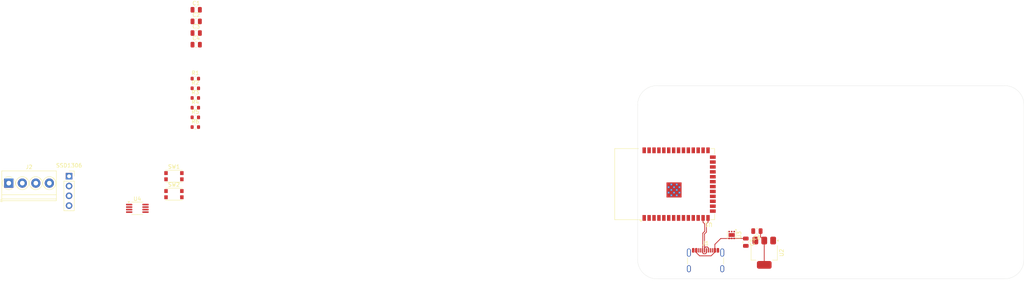
<source format=kicad_pcb>
(kicad_pcb (version 20241229) (generator "pcbnew") (generator_version "9.0")
  (layers (0 "F.Cu" signal) (2 "B.Cu" signal) (13 "F.Paste" user) (15 "B.Paste" user) (5 "F.SilkS" user "F.Silkscreen") (7 "B.SilkS" user "B.Silkscreen") (1 "F.Mask" user) (3 "B.Mask" user) (25 "Edge.Cuts" user))
  (net 0 "")
  (net 1 "GND")
  (net 2 "Net-(U1-EN)")
  (net 3 "Net-(U1-IO0)")
  (net 4 "+3V3")
  (net 5 "Net-(U2-VI)")
  (net 6 "/D+")
  (net 8 "/D-")
  (net 10 "/X_{2}")
  (net 11 "/X_{0}")
  (net 12 "/X_{1}")
  (net 13 "/V_{REF}")
  (net 14 "/SCL")
  (net 15 "/SDA")
  (footprint "Resistor_SMD:R_0603_1608Metric" (layer "F.Cu") (at -13.8125 72.335)
    (property "Reference" "R5" (at 0 -1.43 0) (layer "F.SilkS"))
    (property "Value" "1k")
    (fp_line (start -0.237258 -0.5225) (end 0.237258 -0.5225) (stroke (width 0.12)) (layer "F.SilkS"))
    (fp_line (start -0.237258 0.5225) (end 0.237258 0.5225) (stroke (width 0.12)) (layer "F.SilkS"))
    (pad "1" smd roundrect (at -0.825 0) (size 0.8 0.95) (layers "F.Cu" "F.Mask" "F.Paste") (net 4 "+3V3"))
    (pad "2" smd roundrect (at 0.825 0) (size 0.8 0.95) (layers "F.Cu" "F.Mask" "F.Paste") (net 12 "/X_{1}"))
  )
  (footprint "Capacitor_SMD:C_0805_2012Metric" (layer "F.Cu") (at -13.5925 47.495)
    (property "Reference" "C2" (at 0 -1.68 0) (layer "F.SilkS"))
    (property "Value" "100n")
    (fp_line (start -0.261252 -0.735) (end 0.261252 -0.735) (stroke (width 0.12)) (layer "F.SilkS"))
    (fp_line (start -0.261252 0.735) (end 0.261252 0.735) (stroke (width 0.12)) (layer "F.SilkS"))
    (pad "1" smd roundrect (at -0.95 0) (size 1 1.45) (layers "F.Cu" "F.Mask" "F.Paste") (net 3 "Net-(U1-IO0)"))
    (pad "2" smd roundrect (at 0.95 0) (size 1 1.45) (layers "F.Cu" "F.Mask" "F.Paste") (net 1 "GND"))
  )
  (footprint "Capacitor_SMD:C_0805_2012Metric" (layer "F.Cu") (at -13.5925 44.485)
    (property "Reference" "C1" (at 0 -1.68 0) (layer "F.SilkS"))
    (property "Value" "100n")
    (fp_line (start -0.261252 -0.735) (end 0.261252 -0.735) (stroke (width 0.12)) (layer "F.SilkS"))
    (fp_line (start -0.261252 0.735) (end 0.261252 0.735) (stroke (width 0.12)) (layer "F.SilkS"))
    (pad "1" smd roundrect (at -0.95 0) (size 1 1.45) (layers "F.Cu" "F.Mask" "F.Paste") (net 2 "Net-(U1-EN)"))
    (pad "2" smd roundrect (at 0.95 0) (size 1 1.45) (layers "F.Cu" "F.Mask" "F.Paste") (net 1 "GND"))
  )
  (footprint "RF_Module:ESP32-S3-WROOM-1" (layer "F.Cu") (at 107.62 89.61 90)
    (property "Reference" "U1" (at -10.5 11.4 180) (layer "F.SilkS"))
    (property "Value" "ESP32-S3-WROOM-1")
    (fp_line (start 9.2 -12.9) (end 9.2 -6.7) (stroke (width 0.12)) (layer "F.SilkS"))
    (fp_line (start -9.2 -12.9) (end 9.2 -12.9) (stroke (width 0.12)) (layer "F.SilkS"))
    (fp_line (start -9.2 -12.9) (end -9.2 -6.7) (stroke (width 0.12)) (layer "F.SilkS"))
    (fp_line (start -9.2 11.95) (end -9.2 12.95) (stroke (width 0.12)) (layer "F.SilkS"))
    (fp_line (start 9.2 12.95) (end 9.2 11.95) (stroke (width 0.12)) (layer "F.SilkS"))
    (fp_line (start 9.2 12.95) (end 7.7 12.95) (stroke (width 0.12)) (layer "F.SilkS"))
    (fp_line (start -9.2 12.95) (end -7.7 12.95) (stroke (width 0.12)) (layer "F.SilkS"))
    (fp_poly (pts (xy -9.2 -6.025) (xy -9.7 -6.025) (xy -9.2 -6.525) (xy -9.2 -6.025)) (stroke (width 0.12)) (fill yes) (layer "F.SilkS"))
    (pad "1" smd rect (at -8.75 -5.26 90) (size 1.5 0.9) (layers "F.Cu" "F.Mask" "F.Paste") (net 1 "GND"))
    (pad "2" smd rect (at -8.75 -3.99 90) (size 1.5 0.9) (layers "F.Cu" "F.Mask" "F.Paste") (net 4 "+3V3"))
    (pad "3" smd rect (at -8.75 -2.72 90) (size 1.5 0.9) (layers "F.Cu" "F.Mask" "F.Paste") (net 2 "Net-(U1-EN)"))
    (pad "4" smd rect (at -8.75 -1.45 90) (size 1.5 0.9) (layers "F.Cu" "F.Mask" "F.Paste"))
    (pad "5" smd rect (at -8.75 -0.18 90) (size 1.5 0.9) (layers "F.Cu" "F.Mask" "F.Paste"))
    (pad "6" smd rect (at -8.75 1.09 90) (size 1.5 0.9) (layers "F.Cu" "F.Mask" "F.Paste"))
    (pad "7" smd rect (at -8.75 2.36 90) (size 1.5 0.9) (layers "F.Cu" "F.Mask" "F.Paste"))
    (pad "8" smd rect (at -8.75 3.63 90) (size 1.5 0.9) (layers "F.Cu" "F.Mask" "F.Paste"))
    (pad "9" smd rect (at -8.75 4.9 90) (size 1.5 0.9) (layers "F.Cu" "F.Mask" "F.Paste"))
    (pad "10" smd rect (at -8.75 6.17 90) (size 1.5 0.9) (layers "F.Cu" "F.Mask" "F.Paste"))
    (pad "11" smd rect (at -8.75 7.44 90) (size 1.5 0.9) (layers "F.Cu" "F.Mask" "F.Paste"))
    (pad "12" smd rect (at -8.75 8.71 90) (size 1.5 0.9) (layers "F.Cu" "F.Mask" "F.Paste"))
    (pad "13" smd rect (at -8.75 9.98 90) (size 1.5 0.9) (layers "F.Cu" "F.Mask" "F.Paste") (net 8 "/D-"))
    (pad "14" smd rect (at -8.75 11.25 270) (size 1.5 0.9) (layers "F.Cu" "F.Mask" "F.Paste") (net 6 "/D+"))
    (pad "15" smd rect (at -6.985 12.5) (size 1.5 0.9) (layers "F.Cu" "F.Mask" "F.Paste"))
    (pad "16" smd rect (at -5.715 12.5) (size 1.5 0.9) (layers "F.Cu" "F.Mask" "F.Paste"))
    (pad "17" smd rect (at -4.445 12.5) (size 1.5 0.9) (layers "F.Cu" "F.Mask" "F.Paste") (net 14 "/SCL"))
    (pad "18" smd rect (at -3.175 12.5) (size 1.5 0.9) (layers "F.Cu" "F.Mask" "F.Paste") (net 15 "/SDA"))
    (pad "19" smd rect (at -1.905 12.5) (size 1.5 0.9) (layers "F.Cu" "F.Mask" "F.Paste"))
    (pad "20" smd rect (at -0.635 12.5) (size 1.5 0.9) (layers "F.Cu" "F.Mask" "F.Paste"))
    (pad "21" smd rect (at 0.635 12.5) (size 1.5 0.9) (layers "F.Cu" "F.Mask" "F.Paste"))
    (pad "22" smd rect (at 1.905 12.5) (size 1.5 0.9) (layers "F.Cu" "F.Mask" "F.Paste"))
    (pad "23" smd rect (at 3.175 12.5) (size 1.5 0.9) (layers "F.Cu" "F.Mask" "F.Paste"))
    (pad "24" smd rect (at 4.445 12.5) (size 1.5 0.9) (layers "F.Cu" "F.Mask" "F.Paste"))
    (pad "25" smd rect (at 5.715 12.5) (size 1.5 0.9) (layers "F.Cu" "F.Mask" "F.Paste"))
    (pad "26" smd rect (at 6.985 12.5) (size 1.5 0.9) (layers "F.Cu" "F.Mask" "F.Paste"))
    (pad "27" smd rect (at 8.75 11.25 90) (size 1.5 0.9) (layers "F.Cu" "F.Mask" "F.Paste") (net 3 "Net-(U1-IO0)"))
    (pad "28" smd rect (at 8.75 9.98 90) (size 1.5 0.9) (layers "F.Cu" "F.Mask" "F.Paste"))
    (pad "29" smd rect (at 8.75 8.71 90) (size 1.5 0.9) (layers "F.Cu" "F.Mask" "F.Paste"))
    (pad "30" smd rect (at 8.75 7.44 90) (size 1.5 0.9) (layers "F.Cu" "F.Mask" "F.Paste"))
    (pad "31" smd rect (at 8.75 6.17 90) (size 1.5 0.9) (layers "F.Cu" "F.Mask" "F.Paste"))
    (pad "32" smd rect (at 8.75 4.9 90) (size 1.5 0.9) (layers "F.Cu" "F.Mask" "F.Paste"))
    (pad "33" smd rect (at 8.75 3.63 90) (size 1.5 0.9) (layers "F.Cu" "F.Mask" "F.Paste"))
    (pad "34" smd rect (at 8.75 2.36 90) (size 1.5 0.9) (layers "F.Cu" "F.Mask" "F.Paste"))
    (pad "35" smd rect (at 8.75 1.09 90) (size 1.5 0.9) (layers "F.Cu" "F.Mask" "F.Paste"))
    (pad "36" smd rect (at 8.75 -0.18 90) (size 1.5 0.9) (layers "F.Cu" "F.Mask" "F.Paste"))
    (pad "37" smd rect (at 8.75 -1.45 90) (size 1.5 0.9) (layers "F.Cu" "F.Mask" "F.Paste"))
    (pad "38" smd rect (at 8.75 -2.72 90) (size 1.5 0.9) (layers "F.Cu" "F.Mask" "F.Paste"))
    (pad "39" smd rect (at 8.75 -3.99 90) (size 1.5 0.9) (layers "F.Cu" "F.Mask" "F.Paste"))
    (pad "40" smd rect (at 8.75 -5.26 90) (size 1.5 0.9) (layers "F.Cu" "F.Mask" "F.Paste") (net 1 "GND"))
    (pad "41" thru_hole circle (at -2.9 1.76 180) (size 0.6 0.6) (drill 0.2) (property pad_prop_heatsink) (layers "*.Cu" "F.Mask") (net 1 "GND"))
    (pad "41" thru_hole circle (at -2.9 3.16 90) (size 0.6 0.6) (drill 0.2) (property pad_prop_heatsink) (layers "*.Cu" "F.Mask") (net 1 "GND"))
    (pad "41" thru_hole circle (at -2.2 1.06 90) (size 0.6 0.6) (drill 0.2) (property pad_prop_heatsink) (layers "*.Cu" "F.Mask") (net 1 "GND"))
    (pad "41" thru_hole circle (at -2.2 2.46 90) (size 0.6 0.6) (drill 0.2) (property pad_prop_heatsink) (layers "*.Cu" "F.Mask") (net 1 "GND"))
    (pad "41" thru_hole circle (at -2.2 3.86 90) (size 0.6 0.6) (drill 0.2) (property pad_prop_heatsink) (layers "*.Cu" "F.Mask") (net 1 "GND"))
    (pad "41" thru_hole circle (at -1.5 1.76 90) (size 0.6 0.6) (drill 0.2) (property pad_prop_heatsink) (layers "*.Cu" "F.Mask") (net 1 "GND"))
    (pad "41" smd rect (at -1.5 2.46) (size 3.9 3.9) (layers "F.Cu" "F.Mask") (net 1 "GND"))
    (pad "41" thru_hole circle (at -1.5 3.16 90) (size 0.6 0.6) (drill 0.2) (property pad_prop_heatsink) (layers "*.Cu" "F.Mask") (net 1 "GND"))
    (pad "41" thru_hole circle (at -0.8 1.06 90) (size 0.6 0.6) (drill 0.2) (property pad_prop_heatsink) (layers "*.Cu" "F.Mask") (net 1 "GND"))
    (pad "41" thru_hole circle (at -0.8 2.46 90) (size 0.6 0.6) (drill 0.2) (property pad_prop_heatsink) (layers "*.Cu" "F.Mask") (net 1 "GND"))
    (pad "41" thru_hole circle (at -0.8 3.86 90) (size 0.6 0.6) (drill 0.2) (property pad_prop_heatsink) (layers "*.Cu" "F.Mask") (net 1 "GND"))
    (pad "41" thru_hole circle (at -0.1 1.76 90) (size 0.6 0.6) (drill 0.2) (property pad_prop_heatsink) (layers "*.Cu" "F.Mask") (net 1 "GND"))
    (pad "41" thru_hole circle (at -0.1 3.16 90) (size 0.6 0.6) (drill 0.2) (property pad_prop_heatsink) (layers "*.Cu" "F.Mask") (net 1 "GND"))
  )
  (footprint "Package_SO:MSOP-8_3x3mm_P0.65mm" (layer "F.Cu") (at -28.8225 95.875)
    (property "Reference" "U4" (at 0 -2.45 0) (layer "F.SilkS"))
    (property "Value" "MAX11612")
    (fp_line (start 0 -1.61) (end -1.5 -1.61) (stroke (width 0.12)) (layer "F.SilkS"))
    (fp_line (start 0 -1.61) (end 1.5 -1.61) (stroke (width 0.12)) (layer "F.SilkS"))
    (fp_line (start 0 1.61) (end -1.5 1.61) (stroke (width 0.12)) (layer "F.SilkS"))
    (fp_line (start 0 1.61) (end 1.5 1.61) (stroke (width 0.12)) (layer "F.SilkS"))
    (fp_poly (pts (xy -2.2125 -1.435) (xy -2.4525 -1.765) (xy -1.9725 -1.765) (xy -2.2125 -1.435)) (stroke (width 0.12)) (fill yes) (layer "F.SilkS"))
    (pad "1" smd roundrect (at -2.1125 -0.975) (size 1.625 0.4) (layers "F.Cu" "F.Mask" "F.Paste") (net 11 "/X_{0}"))
    (pad "2" smd roundrect (at -2.1125 -0.325) (size 1.625 0.4) (layers "F.Cu" "F.Mask" "F.Paste") (net 12 "/X_{1}"))
    (pad "3" smd roundrect (at -2.1125 0.325) (size 1.625 0.4) (layers "F.Cu" "F.Mask" "F.Paste") (net 10 "/X_{2}"))
    (pad "4" smd roundrect (at -2.1125 0.975) (size 1.625 0.4) (layers "F.Cu" "F.Mask" "F.Paste") (net 13 "/V_{REF}"))
    (pad "5" smd roundrect (at 2.1125 0.975) (size 1.625 0.4) (layers "F.Cu" "F.Mask" "F.Paste") (net 14 "/SCL"))
    (pad "6" smd roundrect (at 2.1125 0.325) (size 1.625 0.4) (layers "F.Cu" "F.Mask" "F.Paste") (net 15 "/SDA"))
    (pad "7" smd roundrect (at 2.1125 -0.325) (size 1.625 0.4) (layers "F.Cu" "F.Mask" "F.Paste") (net 1 "GND"))
    (pad "8" smd roundrect (at 2.1125 -0.975) (size 1.625 0.4) (layers "F.Cu" "F.Mask" "F.Paste") (net 4 "+3V3"))
  )
  (footprint "Capacitor_SMD:C_0805_2012Metric" (layer "F.Cu") (at 131.53 101.77 180)
    (property "Reference" "C6" (at 0 -1.68 0) (layer "F.SilkS"))
    (property "Value" "10u")
    (fp_line (start -0.261252 0.735) (end 0.261252 0.735) (stroke (width 0.12)) (layer "F.SilkS"))
    (fp_line (start -0.261252 -0.735) (end 0.261252 -0.735) (stroke (width 0.12)) (layer "F.SilkS"))
    (pad "1" smd roundrect (at -0.95 0 180) (size 1 1.45) (layers "F.Cu" "F.Mask" "F.Paste") (net 4 "+3V3"))
    (pad "2" smd roundrect (at 0.95 0 180) (size 1 1.45) (layers "F.Cu" "F.Mask" "F.Paste") (net 1 "GND"))
  )
  (footprint "Resistor_SMD:R_0603_1608Metric" (layer "F.Cu") (at -13.8125 62.295)
    (property "Reference" "R1" (at 0 -1.43 0) (layer "F.SilkS"))
    (property "Value" "1k")
    (fp_line (start -0.237258 -0.5225) (end 0.237258 -0.5225) (stroke (width 0.12)) (layer "F.SilkS"))
    (fp_line (start -0.237258 0.5225) (end 0.237258 0.5225) (stroke (width 0.12)) (layer "F.SilkS"))
    (pad "1" smd roundrect (at -0.825 0) (size 0.8 0.95) (layers "F.Cu" "F.Mask" "F.Paste") (net 4 "+3V3"))
    (pad "2" smd roundrect (at 0.825 0) (size 0.8 0.95) (layers "F.Cu" "F.Mask" "F.Paste") (net 2 "Net-(U1-EN)"))
  )
  (footprint "Resistor_SMD:R_0603_1608Metric" (layer "F.Cu") (at -13.8125 64.805)
    (property "Reference" "R2" (at 0 -1.43 0) (layer "F.SilkS"))
    (property "Value" "1k")
    (fp_line (start -0.237258 -0.5225) (end 0.237258 -0.5225) (stroke (width 0.12)) (layer "F.SilkS"))
    (fp_line (start -0.237258 0.5225) (end 0.237258 0.5225) (stroke (width 0.12)) (layer "F.SilkS"))
    (pad "1" smd roundrect (at -0.825 0) (size 0.8 0.95) (layers "F.Cu" "F.Mask" "F.Paste") (net 4 "+3V3"))
    (pad "2" smd roundrect (at 0.825 0) (size 0.8 0.95) (layers "F.Cu" "F.Mask" "F.Paste") (net 3 "Net-(U1-IO0)"))
  )
  (footprint "Resistor_SMD:R_0603_1608Metric" (layer "F.Cu") (at -13.8125 69.825)
    (property "Reference" "R4" (at 0 -1.43 0) (layer "F.SilkS"))
    (property "Value" "2.7k")
    (fp_line (start -0.237258 -0.5225) (end 0.237258 -0.5225) (stroke (width 0.12)) (layer "F.SilkS"))
    (fp_line (start -0.237258 0.5225) (end 0.237258 0.5225) (stroke (width 0.12)) (layer "F.SilkS"))
    (pad "1" smd roundrect (at -0.825 0) (size 0.8 0.95) (layers "F.Cu" "F.Mask" "F.Paste") (net 4 "+3V3"))
    (pad "2" smd roundrect (at 0.825 0) (size 0.8 0.95) (layers "F.Cu" "F.Mask" "F.Paste") (net 15 "/SDA"))
  )
  (footprint "TerminalBlock_Phoenix:TerminalBlock_Phoenix_PT-1,5-4-3.5-H_1x04_P3.50mm_Horizontal" (layer "F.Cu") (at -62.0925 89.355)
    (property "Reference" "J2" (at 5.25 -4.16 0) (layer "F.SilkS"))
    (property "Value" "Probes")
    (fp_line (start -2.05 4.16) (end -2.05 4.8) (stroke (width 0.12)) (layer "F.SilkS"))
    (fp_line (start -2.05 4.8) (end -1.65 4.8) (stroke (width 0.12)) (layer "F.SilkS"))
    (fp_line (start -1.81 -3.16) (end -1.81 4.56) (stroke (width 0.12)) (layer "F.SilkS"))
    (fp_line (start -1.81 -3.16) (end 12.31 -3.16) (stroke (width 0.12)) (layer "F.SilkS"))
    (fp_line (start -1.81 3) (end 12.31 3) (stroke (width 0.12)) (layer "F.SilkS"))
    (fp_line (start -1.81 4.1) (end 12.31 4.1) (stroke (width 0.12)) (layer "F.SilkS"))
    (fp_line (start -1.81 4.56) (end 12.31 4.56) (stroke (width 0.12)) (layer "F.SilkS"))
    (fp_line (start 2.355 0.941) (end 2.226 1.069) (stroke (width 0.12)) (layer "F.SilkS"))
    (fp_line (start 2.525 1.181) (end 2.431 1.274) (stroke (width 0.12)) (layer "F.SilkS"))
    (fp_line (start 4.57 -1.275) (end 4.476 -1.181) (stroke (width 0.12)) (layer "F.SilkS"))
    (fp_line (start 4.775 -1.069) (end 4.646 -0.941) (stroke (width 0.12)) (layer "F.SilkS"))
    (fp_line (start 5.855 0.941) (end 5.726 1.069) (stroke (width 0.12)) (layer "F.SilkS"))
    (fp_line (start 6.025 1.181) (end 5.931 1.274) (stroke (width 0.12)) (layer "F.SilkS"))
    (fp_line (start 8.07 -1.275) (end 7.976 -1.181) (stroke (width 0.12)) (layer "F.SilkS"))
    (fp_line (start 8.275 -1.069) (end 8.146 -0.941) (stroke (width 0.12)) (layer "F.SilkS"))
    (fp_line (start 9.355 0.941) (end 9.226 1.069) (stroke (width 0.12)) (layer "F.SilkS"))
    (fp_line (start 9.525 1.181) (end 9.431 1.274) (stroke (width 0.12)) (layer "F.SilkS"))
    (fp_line (start 11.57 -1.275) (end 11.476 -1.181) (stroke (width 0.12)) (layer "F.SilkS"))
    (fp_line (start 11.775 -1.069) (end 11.646 -0.941) (stroke (width 0.12)) (layer "F.SilkS"))
    (fp_line (start 12.31 -3.16) (end 12.31 4.56) (stroke (width 0.12)) (layer "F.SilkS"))
    (fp_arc (start -1.425358 0.889894) (mid -1.680286 0.014012) (end -1.44 -0.866) (stroke (width 0.12)) (layer "F.SilkS"))
    (fp_arc (start -0.889894 -1.425358) (mid -0.014012 -1.680286) (end 0.866 -1.44) (stroke (width 0.12)) (layer "F.SilkS"))
    (fp_arc (start 0.028674 1.680099) (mid -0.435535 1.622918) (end -0.866 1.44) (stroke (width 0.12)) (layer "F.SilkS"))
    (fp_arc (start 0.890264 1.424721) (mid 0.463071 1.61492) (end 0 1.68) (stroke (width 0.12)) (layer "F.SilkS"))
    (fp_arc (start 1.425504 -0.890193) (mid 1.680626 0.000476) (end 1.425 0.891) (stroke (width 0.12)) (layer "F.SilkS"))
    (fp_circle (center 3.5 0) (end 5.18 0) (stroke (width 0.12)) (fill no) (layer "F.SilkS"))
    (fp_circle (center 7 0) (end 8.68 0) (stroke (width 0.12)) (fill no) (layer "F.SilkS"))
    (fp_circle (center 10.5 0) (end 12.18 0) (stroke (width 0.12)) (fill no) (layer "F.SilkS"))
    (pad "1" thru_hole rect (at 0 0) (size 2.4 2.4) (drill 1.2) (layers "*.Cu" "*.Mask") (net 11 "/X_{0}"))
    (pad "2" thru_hole circle (at 3.5 0) (size 2.4 2.4) (drill 1.2) (layers "*.Cu" "*.Mask") (net 12 "/X_{1}"))
    (pad "3" thru_hole circle (at 7 0) (size 2.4 2.4) (drill 1.2) (layers "*.Cu" "*.Mask") (net 10 "/X_{2}"))
    (pad "4" thru_hole circle (at 10.5 0) (size 2.4 2.4) (drill 1.2) (layers "*.Cu" "*.Mask") (net 13 "/V_{REF}"))
  )
  (footprint "Capacitor_SMD:C_0805_2012Metric" (layer "F.Cu") (at -13.5925 53.515)
    (property "Reference" "C4" (at 0 -1.68 0) (layer "F.SilkS"))
    (property "Value" "100n")
    (fp_line (start -0.261252 -0.735) (end 0.261252 -0.735) (stroke (width 0.12)) (layer "F.SilkS"))
    (fp_line (start -0.261252 0.735) (end 0.261252 0.735) (stroke (width 0.12)) (layer "F.SilkS"))
    (pad "1" smd roundrect (at -0.95 0) (size 1 1.45) (layers "F.Cu" "F.Mask" "F.Paste") (net 4 "+3V3"))
    (pad "2" smd roundrect (at 0.95 0) (size 1 1.45) (layers "F.Cu" "F.Mask" "F.Paste") (net 1 "GND"))
  )
  (footprint "Capacitor_SMD:C_0805_2012Metric" (layer "F.Cu") (at -13.5925 50.505)
    (property "Reference" "C3" (at 0 -1.68 0) (layer "F.SilkS"))
    (property "Value" "100n")
    (fp_line (start -0.261252 -0.735) (end 0.261252 -0.735) (stroke (width 0.12)) (layer "F.SilkS"))
    (fp_line (start -0.261252 0.735) (end 0.261252 0.735) (stroke (width 0.12)) (layer "F.SilkS"))
    (pad "1" smd roundrect (at -0.95 0) (size 1 1.45) (layers "F.Cu" "F.Mask" "F.Paste") (net 4 "+3V3"))
    (pad "2" smd roundrect (at 0.95 0) (size 1 1.45) (layers "F.Cu" "F.Mask" "F.Paste") (net 1 "GND"))
  )
  (footprint "Connector_PinSocket_2.54mm:PinSocket_1x04_P2.54mm_Vertical" (layer "F.Cu") (at -46.4925 87.555)
    (property "Reference" "SSD1306" (at 0 -2.77 0) (layer "F.SilkS"))
    (property "Value" "~")
    (fp_line (start -1.33 1.27) (end -1.33 8.95) (stroke (width 0.12)) (layer "F.SilkS"))
    (fp_line (start -1.33 1.27) (end 1.33 1.27) (stroke (width 0.12)) (layer "F.SilkS"))
    (fp_line (start -1.33 8.95) (end 1.33 8.95) (stroke (width 0.12)) (layer "F.SilkS"))
    (fp_line (start 0 -1.33) (end 1.33 -1.33) (stroke (width 0.12)) (layer "F.SilkS"))
    (fp_line (start 1.33 -1.33) (end 1.33 0) (stroke (width 0.12)) (layer "F.SilkS"))
    (fp_line (start 1.33 1.27) (end 1.33 8.95) (stroke (width 0.12)) (layer "F.SilkS"))
    (pad "1" thru_hole rect (at 0 0) (size 1.7 1.7) (drill 1) (layers "*.Cu" "*.Mask") (net 1 "GND"))
    (pad "2" thru_hole oval (at 0 2.54) (size 1.7 1.7) (drill 1) (layers "*.Cu" "*.Mask") (net 4 "+3V3"))
    (pad "3" thru_hole oval (at 0 5.08) (size 1.7 1.7) (drill 1) (layers "*.Cu" "*.Mask") (net 14 "/SCL"))
    (pad "4" thru_hole oval (at 0 7.62) (size 1.7 1.7) (drill 1) (layers "*.Cu" "*.Mask") (net 15 "/SDA"))
  )
  (footprint "Capacitor_SMD:C_0805_2012Metric" (layer "F.Cu") (at 128.66 104.64 -90)
    (property "Reference" "C5" (at 0 -1.68 90) (layer "F.SilkS"))
    (property "Value" "10u")
    (fp_line (start -0.261252 0.735) (end 0.261252 0.735) (stroke (width 0.12)) (layer "F.SilkS"))
    (fp_line (start -0.261252 -0.735) (end 0.261252 -0.735) (stroke (width 0.12)) (layer "F.SilkS"))
    (pad "1" smd roundrect (at -0.95 0 270) (size 1 1.45) (layers "F.Cu" "F.Mask" "F.Paste") (net 5 "Net-(U2-VI)"))
    (pad "2" smd roundrect (at 0.95 0 270) (size 1 1.45) (layers "F.Cu" "F.Mask" "F.Paste") (net 1 "GND"))
  )
  (footprint "Package_SON:WSON-6-1EP_2x2mm_P0.65mm_EP1x1.6mm" (layer "F.Cu") (at 125 102.78 -90)
    (property "Reference" "U3" (at 0 -1.95 90) (layer "F.SilkS"))
    (property "Value" "TVS1400DRV")
    (fp_line (start -1 1.11) (end 1 1.11) (stroke (width 0.12)) (layer "F.SilkS"))
    (fp_line (start -1 -1.11) (end 1 -1.11) (stroke (width 0.12)) (layer "F.SilkS"))
    (fp_poly (pts (xy -1.24 -1.01) (xy -1.52 -1.01) (xy -1.24 -1.29) (xy -1.24 -1.01)) (stroke (width 0.12)) (fill yes) (layer "F.SilkS"))
    (pad "1" smd roundrect (at -0.8875 -0.65 270) (size 0.375 0.4) (layers "F.Cu" "F.Mask" "F.Paste") (net 1 "GND"))
    (pad "2" smd roundrect (at -0.8875 0 270) (size 0.375 0.4) (layers "F.Cu" "F.Mask" "F.Paste") (net 1 "GND"))
    (pad "3" smd roundrect (at -0.8875 0.65 270) (size 0.375 0.4) (layers "F.Cu" "F.Mask" "F.Paste") (net 1 "GND"))
    (pad "4" smd roundrect (at 0.8875 0.65 270) (size 0.375 0.4) (layers "F.Cu" "F.Mask" "F.Paste") (net 5 "Net-(U2-VI)"))
    (pad "5" smd roundrect (at 0.8875 0 270) (size 0.375 0.4) (layers "F.Cu" "F.Mask" "F.Paste") (net 5 "Net-(U2-VI)"))
    (pad "6" smd roundrect (at 0.8875 -0.65 270) (size 0.375 0.4) (layers "F.Cu" "F.Mask" "F.Paste") (net 5 "Net-(U2-VI)"))
    (pad "7" smd rect (at 0 0 270) (size 1 1.6) (property pad_prop_heatsink) (layers "F.Cu" "F.Mask") (net 1 "GND"))
  )
  (footprint "Package_TO_SOT_SMD:SOT-223-3_TabPin2" (layer "F.Cu") (at 133.43 107.36 -90)
    (property "Reference" "U2" (at 0 -4.5 90) (layer "F.SilkS"))
    (property "Value" "NCP1117-3.3_SOT223")
    (fp_line (start -1.85 3.41) (end 1.91 3.41) (stroke (width 0.12)) (layer "F.SilkS"))
    (fp_line (start 1.91 3.41) (end 1.91 2.15) (stroke (width 0.12)) (layer "F.SilkS"))
    (fp_line (start -1.85 -3.41) (end 1.91 -3.41) (stroke (width 0.12)) (layer "F.SilkS"))
    (fp_line (start 1.91 -3.41) (end 1.91 -2.15) (stroke (width 0.12)) (layer "F.SilkS"))
    (fp_poly (pts (xy -3.13 -3.31) (xy -3.37 -3.64) (xy -2.89 -3.64) (xy -3.13 -3.31)) (stroke (width 0.12)) (fill yes) (layer "F.SilkS"))
    (pad "1" smd roundrect (at -3.15 -2.3 270) (size 2 1.5) (layers "F.Cu" "F.Mask" "F.Paste") (net 1 "GND"))
    (pad "2" smd roundrect (at -3.15 0 270) (size 2 1.5) (layers "F.Cu" "F.Mask" "F.Paste") (net 4 "+3V3"))
    (pad "2" smd roundrect (at 3.15 0 270) (size 2 3.8) (layers "F.Cu" "F.Mask" "F.Paste") (net 4 "+3V3"))
    (pad "3" smd roundrect (at -3.15 2.3 270) (size 2 1.5) (layers "F.Cu" "F.Mask" "F.Paste") (net 5 "Net-(U2-VI)"))
  )
  (footprint "Button_Switch_SMD:SW_Push_1P1T_NO_CK_KMR2" (layer "F.Cu") (at -19.3525 87.555)
    (property "Reference" "SW1" (at 0 -2.45 0) (layer "F.SilkS"))
    (property "Value" "RST")
    (fp_line (start -2.2 0.05) (end -2.2 -0.05) (stroke (width 0.12)) (layer "F.SilkS"))
    (fp_line (start -2.2 1.55) (end 2.2 1.55) (stroke (width 0.12)) (layer "F.SilkS"))
    (fp_line (start 2.2 -1.55) (end -2.2 -1.55) (stroke (width 0.12)) (layer "F.SilkS"))
    (fp_line (start 2.2 0.05) (end 2.2 -0.05) (stroke (width 0.12)) (layer "F.SilkS"))
    (pad "1" smd rect (at -2.05 -0.8) (size 0.9 1) (layers "F.Cu" "F.Mask" "F.Paste") (net 1 "GND"))
    (pad "1" smd rect (at 2.05 -0.8) (size 0.9 1) (layers "F.Cu" "F.Mask" "F.Paste") (net 1 "GND"))
    (pad "2" smd rect (at -2.05 0.8) (size 0.9 1) (layers "F.Cu" "F.Mask" "F.Paste") (net 2 "Net-(U1-EN)"))
    (pad "2" smd rect (at 2.05 0.8) (size 0.9 1) (layers "F.Cu" "F.Mask" "F.Paste") (net 2 "Net-(U1-EN)"))
  )
  (footprint "Button_Switch_SMD:SW_Push_1P1T_NO_CK_KMR2" (layer "F.Cu") (at -19.3525 92.205)
    (property "Reference" "SW2" (at 0 -2.45 0) (layer "F.SilkS"))
    (property "Value" "BOOT")
    (fp_line (start -2.2 0.05) (end -2.2 -0.05) (stroke (width 0.12)) (layer "F.SilkS"))
    (fp_line (start -2.2 1.55) (end 2.2 1.55) (stroke (width 0.12)) (layer "F.SilkS"))
    (fp_line (start 2.2 -1.55) (end -2.2 -1.55) (stroke (width 0.12)) (layer "F.SilkS"))
    (fp_line (start 2.2 0.05) (end 2.2 -0.05) (stroke (width 0.12)) (layer "F.SilkS"))
    (pad "1" smd rect (at -2.05 -0.8) (size 0.9 1) (layers "F.Cu" "F.Mask" "F.Paste") (net 1 "GND"))
    (pad "1" smd rect (at 2.05 -0.8) (size 0.9 1) (layers "F.Cu" "F.Mask" "F.Paste") (net 1 "GND"))
    (pad "2" smd rect (at -2.05 0.8) (size 0.9 1) (layers "F.Cu" "F.Mask" "F.Paste") (net 3 "Net-(U1-IO0)"))
    (pad "2" smd rect (at 2.05 0.8) (size 0.9 1) (layers "F.Cu" "F.Mask" "F.Paste") (net 3 "Net-(U1-IO0)"))
  )
  (footprint "Resistor_SMD:R_0603_1608Metric" (layer "F.Cu") (at -13.8125 67.315)
    (property "Reference" "R3" (at 0 -1.43 0) (layer "F.SilkS"))
    (property "Value" "2.7k")
    (fp_line (start -0.237258 -0.5225) (end 0.237258 -0.5225) (stroke (width 0.12)) (layer "F.SilkS"))
    (fp_line (start -0.237258 0.5225) (end 0.237258 0.5225) (stroke (width 0.12)) (layer "F.SilkS"))
    (pad "1" smd roundrect (at -0.825 0) (size 0.8 0.95) (layers "F.Cu" "F.Mask" "F.Paste") (net 4 "+3V3"))
    (pad "2" smd roundrect (at 0.825 0) (size 0.8 0.95) (layers "F.Cu" "F.Mask" "F.Paste") (net 14 "/SCL"))
  )
  (footprint "Connector_USB:USB_C_Receptacle_GCT_USB4105-xx-A_16P_TopMnt_Horizontal" (layer "F.Cu") (at 118.24 110.43)
    (property "Reference" "J1" (at 0 -5.5 0) (layer "F.SilkS"))
    (property "Value" "USB_C_Receptacle_USB2.0_14P")
    (fp_line (start -4.67 -0.1) (end -4.67 -1.8) (stroke (width 0.12)) (layer "F.SilkS"))
    (fp_line (start 4.67 -0.1) (end 4.67 -1.8) (stroke (width 0.12)) (layer "F.SilkS"))
    (pad "" np_thru_hole circle (at -2.89 -2.605) (size 0.65 0.65) (drill 0.65) (layers "*.Cu" "*.Mask"))
    (pad "" np_thru_hole circle (at 2.89 -2.605) (size 0.65 0.65) (drill 0.65) (layers "*.Cu" "*.Mask"))
    (pad "A1" smd roundrect (at -3.2 -3.68) (size 0.6 1.15) (layers "F.Cu" "F.Mask" "F.Paste") (net 1 "GND"))
    (pad "A4" smd roundrect (at -2.4 -3.68) (size 0.6 1.15) (layers "F.Cu" "F.Mask" "F.Paste") (net 5 "Net-(U2-VI)"))
    (pad "A5" smd roundrect (at -1.25 -3.68) (size 0.3 1.15) (layers "F.Cu" "F.Mask" "F.Paste"))
    (pad "A6" smd roundrect (at -0.25 -3.68) (size 0.3 1.15) (layers "F.Cu" "F.Mask" "F.Paste") (net 6 "/D+"))
    (pad "A7" smd roundrect (at 0.25 -3.68) (size 0.3 1.15) (layers "F.Cu" "F.Mask" "F.Paste") (net 8 "/D-"))
    (pad "A8" smd roundrect (at 1.25 -3.68) (size 0.3 1.15) (layers "F.Cu" "F.Mask" "F.Paste"))
    (pad "A9" smd roundrect (at 2.4 -3.68) (size 0.6 1.15) (layers "F.Cu" "F.Mask" "F.Paste") (net 5 "Net-(U2-VI)"))
    (pad "A12" smd roundrect (at 3.2 -3.68) (size 0.6 1.15) (layers "F.Cu" "F.Mask" "F.Paste") (net 1 "GND"))
    (pad "B1" smd roundrect (at 3.2 -3.68) (size 0.6 1.15) (layers "F.Cu" "F.Mask" "F.Paste") (net 1 "GND"))
    (pad "B4" smd roundrect (at 2.4 -3.68) (size 0.6 1.15) (layers "F.Cu" "F.Mask" "F.Paste") (net 5 "Net-(U2-VI)"))
    (pad "B5" smd roundrect (at 1.75 -3.68) (size 0.3 1.15) (layers "F.Cu" "F.Mask" "F.Paste"))
    (pad "B6" smd roundrect (at 0.75 -3.68) (size 0.3 1.15) (layers "F.Cu" "F.Mask" "F.Paste") (net 6 "/D+"))
    (pad "B7" smd roundrect (at -0.75 -3.68) (size 0.3 1.15) (layers "F.Cu" "F.Mask" "F.Paste") (net 8 "/D-"))
    (pad "B8" smd roundrect (at -1.75 -3.68) (size 0.3 1.15) (layers "F.Cu" "F.Mask" "F.Paste"))
    (pad "B9" smd roundrect (at -2.4 -3.68) (size 0.6 1.15) (layers "F.Cu" "F.Mask" "F.Paste") (net 5 "Net-(U2-VI)"))
    (pad "B12" smd roundrect (at -3.2 -3.68) (size 0.6 1.15) (layers "F.Cu" "F.Mask" "F.Paste") (net 1 "GND"))
    (pad "S1" thru_hole oval (at -4.32 -3.105) (size 1 2.1) (drill oval 0.6 1.7) (layers "*.Cu" "*.Mask" "F.Paste") (net 1 "GND"))
    (pad "S1" thru_hole oval (at -4.32 1.075) (size 1 1.8) (drill oval 0.6 1.4) (layers "*.Cu" "*.Mask" "F.Paste") (net 1 "GND"))
    (pad "S1" thru_hole oval (at 4.32 -3.105) (size 1 2.1) (drill oval 0.6 1.7) (layers "*.Cu" "*.Mask" "F.Paste") (net 1 "GND"))
    (pad "S1" thru_hole oval (at 4.32 1.075) (size 1 1.8) (drill oval 0.6 1.4) (layers "*.Cu" "*.Mask" "F.Paste") (net 1 "GND"))
  )
  (footprint "Resistor_SMD:R_0603_1608Metric" (layer "F.Cu") (at -13.8125 74.845)
    (property "Reference" "R6" (at 0 -1.43 0) (layer "F.SilkS"))
    (property "Value" "10k")
    (fp_line (start -0.237258 -0.5225) (end 0.237258 -0.5225) (stroke (width 0.12)) (layer "F.SilkS"))
    (fp_line (start -0.237258 0.5225) (end 0.237258 0.5225) (stroke (width 0.12)) (layer "F.SilkS"))
    (pad "1" smd roundrect (at -0.825 0) (size 0.8 0.95) (layers "F.Cu" "F.Mask" "F.Paste") (net 4 "+3V3"))
    (pad "2" smd roundrect (at 0.825 0) (size 0.8 0.95) (layers "F.Cu" "F.Mask" "F.Paste") (net 10 "/X_{2}"))
  )
  (gr_line (start 105.65 64.12) (end 195.65 64.12) (stroke (width 0.05)) (layer "Edge.Cuts"))
  (gr_line (start 100.65 109.12) (end 100.65 69.12) (stroke (width 0.05)) (layer "Edge.Cuts"))
  (gr_arc (start 105.65 114.12) (mid 102.114466 112.655534) (end 100.65 109.12) (stroke (width 0.05)) (layer "Edge.Cuts"))
  (gr_arc (start 100.65 69.12) (mid 102.114466 65.584466) (end 105.65 64.12) (stroke (width 0.05)) (layer "Edge.Cuts"))
  (gr_line (start 195.65 114.12) (end 105.65 114.12) (stroke (width 0.05)) (layer "Edge.Cuts"))
  (gr_line (start 200.65 69.12) (end 200.65 109.12) (stroke (width 0.05)) (layer "Edge.Cuts"))
  (gr_arc (start 195.65 64.12) (mid 199.185534 65.584466) (end 200.65 69.12) (stroke (width 0.05)) (layer "Edge.Cuts"))
  (gr_arc (start 200.65 109.12) (mid 199.185534 112.655534) (end 195.65 114.12) (stroke (width 0.05)) (layer "Edge.Cuts"))
  (segment (start 132.48 101.77) (end 132.48 103.26) (width 0.2) (layer "F.Cu") (net 4))
  (segment (start 132.48 103.26) (end 133.43 104.21) (width 0.2) (layer "F.Cu") (net 4))
  (segment (start 133.43 110.51) (end 133.43 104.21) (width 0.2) (layer "F.Cu") (net 4))
  (segment (start 125.65 103.6675) (end 128.6375 103.6675) (width 0.2) (layer "F.Cu") (net 5))
  (segment (start 122.16 103.69) (end 124.56 103.69) (width 0.2) (layer "F.Cu") (net 5))
  (segment (start 116.675001 108.16) (end 119.688824 108.16) (width 0.2) (layer "F.Cu") (net 5))
  (segment (start 119.688824 108.16) (end 120.64 107.208824) (width 0.2) (layer "F.Cu") (net 5))
  (segment (start 125 103.6675) (end 125.65 103.6675) (width 0.2) (layer "F.Cu") (net 5))
  (segment (start 120.64 106.75) (end 120.64 105.21) (width 0.2) (layer "F.Cu") (net 5))
  (segment (start 124.5825 103.6675) (end 125 103.6675) (width 0.2) (layer "F.Cu") (net 5))
  (segment (start 115.84 107.324999) (end 116.675001 108.16) (width 0.2) (layer "F.Cu") (net 5))
  (segment (start 124.56 103.69) (end 124.5825 103.6675) (width 0.2) (layer "F.Cu") (net 5))
  (segment (start 120.64 107.208824) (end 120.64 106.75) (width 0.2) (layer "F.Cu") (net 5))
  (segment (start 115.84 106.75) (end 115.84 107.324999) (width 0.2) (layer "F.Cu") (net 5))
  (segment (start 120.64 105.21) (end 122.16 103.69) (width 0.2) (layer "F.Cu") (net 5))
  (segment (start 128.6375 103.6675) (end 128.66 103.69) (width 0.2) (layer "F.Cu") (net 5))
  (segment (start 117.99 106.141176) (end 118.257176 105.874) (width 0.2) (layer "F.Cu") (net 6))
  (segment (start 117.965 102.513198) (end 118.46 102.018198) (width 0.2) (layer "F.Cu") (net 6))
  (segment (start 117.99 106.75) (end 117.99 105.887499) (width 0.2) (layer "F.Cu") (net 6))
  (segment (start 117.99 105.887499) (end 117.965 105.862499) (width 0.2) (layer "F.Cu") (net 6))
  (segment (start 117.99 106.75) (end 117.99 106.141176) (width 0.2) (layer "F.Cu") (net 6))
  (segment (start 118.257176 105.874) (end 118.722824 105.874) (width 0.2) (layer "F.Cu") (net 6))
  (segment (start 117.965 105.862499) (end 117.965 102.513198) (width 0.2) (layer "F.Cu") (net 6))
  (segment (start 118.722824 105.874) (end 118.99 106.141176) (width 0.2) (layer "F.Cu") (net 6))
  (segment (start 118.99 106.141176) (end 118.99 106.75) (width 0.2) (layer "F.Cu") (net 6))
  (segment (start 118.46 102.018198) (end 118.46 99.895001) (width 0.2) (layer "F.Cu") (net 6))
  (segment (start 118.46 99.895001) (end 118.87 99.485001) (width 0.2) (layer "F.Cu") (net 6))
  (segment (start 118.87 99.485001) (end 118.87 98.36) (width 0.2) (layer "F.Cu") (net 6))
  (segment (start 117.49 107.399) (end 117.49 106.75) (width 0.2) (layer "F.Cu") (net 8))
  (segment (start 117.515 102.326802) (end 118.01 101.831802) (width 0.2) (layer "F.Cu") (net 8))
  (segment (start 118.49 107.358824) (end 118.222824 107.626) (width 0.2) (layer "F.Cu") (net 8))
  (segment (start 117.49 105.887499) (end 117.515 105.862499) (width 0.2) (layer "F.Cu") (net 8))
  (segment (start 117.717 107.626) (end 117.49 107.399) (width 0.2) (layer "F.Cu") (net 8))
  (segment (start 118.49 106.75) (end 118.49 107.358824) (width 0.2) (layer "F.Cu") (net 8))
  (segment (start 117.515 105.862499) (end 117.515 102.326802) (width 0.2) (layer "F.Cu") (net 8))
  (segment (start 117.49 106.75) (end 117.49 105.887499) (width 0.2) (layer "F.Cu") (net 8))
  (segment (start 118.222824 107.626) (end 117.717 107.626) (width 0.2) (layer "F.Cu") (net 8))
  (segment (start 117.6 99.485001) (end 117.6 98.36) (width 0.2) (layer "F.Cu") (net 8))
  (segment (start 118.01 101.831802) (end 118.01 99.895001) (width 0.2) (layer "F.Cu") (net 8))
  (segment (start 118.01 99.895001) (end 117.6 99.485001) (width 0.2) (layer "F.Cu") (net 8))
)
</source>
